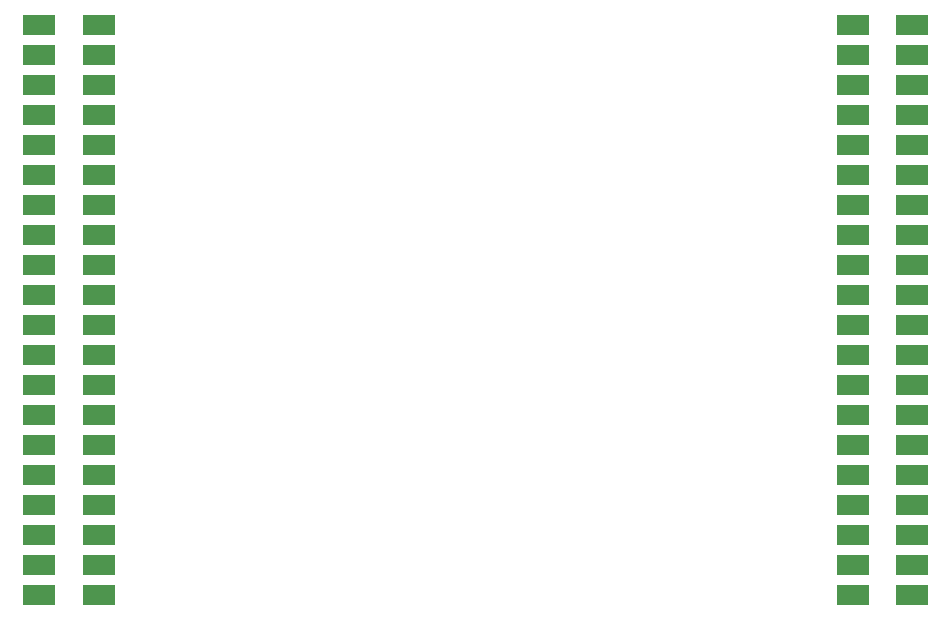
<source format=gbp>
G04*
G04 #@! TF.GenerationSoftware,Altium Limited,Altium Designer,22.2.1 (43)*
G04*
G04 Layer_Color=128*
%FSLAX25Y25*%
%MOIN*%
G70*
G04*
G04 #@! TF.SameCoordinates,CB51DA99-0BF3-457E-BF16-783FD1C2B90D*
G04*
G04*
G04 #@! TF.FilePolarity,Positive*
G04*
G01*
G75*
%ADD23R,0.11016X0.07000*%
D23*
X44020Y42900D02*
D03*
X24138D02*
D03*
X44020Y52900D02*
D03*
X24138D02*
D03*
X44020Y62900D02*
D03*
X24138D02*
D03*
X44020Y72900D02*
D03*
X24138D02*
D03*
X44020Y82900D02*
D03*
X24138D02*
D03*
X44020Y92900D02*
D03*
X24138D02*
D03*
X44020Y102900D02*
D03*
X24138D02*
D03*
X44020Y112900D02*
D03*
X24138D02*
D03*
X44020Y122900D02*
D03*
X24138D02*
D03*
X44020Y132900D02*
D03*
X24138D02*
D03*
X44020Y142900D02*
D03*
X24138D02*
D03*
X44020Y152900D02*
D03*
X24138D02*
D03*
X44020Y162900D02*
D03*
X24138D02*
D03*
X44020Y172900D02*
D03*
X24138D02*
D03*
X44020Y182900D02*
D03*
X24138D02*
D03*
X44020Y192900D02*
D03*
X24138D02*
D03*
X44020Y202900D02*
D03*
X24138D02*
D03*
X44020Y212900D02*
D03*
X24138D02*
D03*
X44020Y222900D02*
D03*
X24138D02*
D03*
X44020Y232900D02*
D03*
X24138D02*
D03*
X295262D02*
D03*
X315144D02*
D03*
X295262Y222900D02*
D03*
X315144D02*
D03*
X295262Y212900D02*
D03*
X315144D02*
D03*
X295262Y202900D02*
D03*
X315144D02*
D03*
X295262Y192900D02*
D03*
X315144D02*
D03*
X295262Y182900D02*
D03*
X315144D02*
D03*
X295262Y172900D02*
D03*
X315144D02*
D03*
X295262Y162900D02*
D03*
X315144D02*
D03*
X295262Y152900D02*
D03*
X315144D02*
D03*
X295262Y142900D02*
D03*
X315144D02*
D03*
X295262Y132900D02*
D03*
X315144D02*
D03*
X295262Y122900D02*
D03*
X315144D02*
D03*
X295262Y112900D02*
D03*
X315144D02*
D03*
X295262Y102900D02*
D03*
X315144D02*
D03*
X295262Y92900D02*
D03*
X315144D02*
D03*
X295262Y82900D02*
D03*
X315144D02*
D03*
X295262Y72900D02*
D03*
X315144D02*
D03*
X295262Y62900D02*
D03*
X315144D02*
D03*
X295262Y52900D02*
D03*
X315144D02*
D03*
X295262Y42900D02*
D03*
X315144D02*
D03*
M02*

</source>
